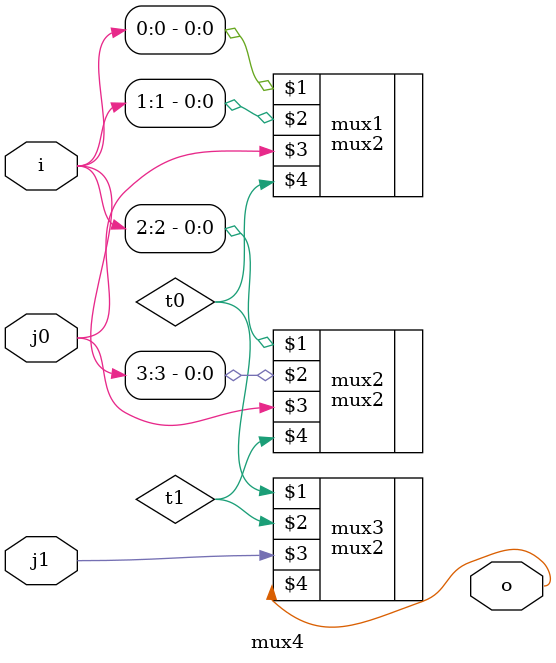
<source format=v>
module mux4 (input wire [0:3] i, input wire j1, j0, output wire o);
  wire  t0, t1;
  
//Write your code here (Use only 2:1 Mux)
mux2 mux1(i[0],i[1],j0,t0);
mux2 mux2(i[2],i[3],j0,t1);
mux2 mux3(t0,t1,j1,o);


endmodule


</source>
